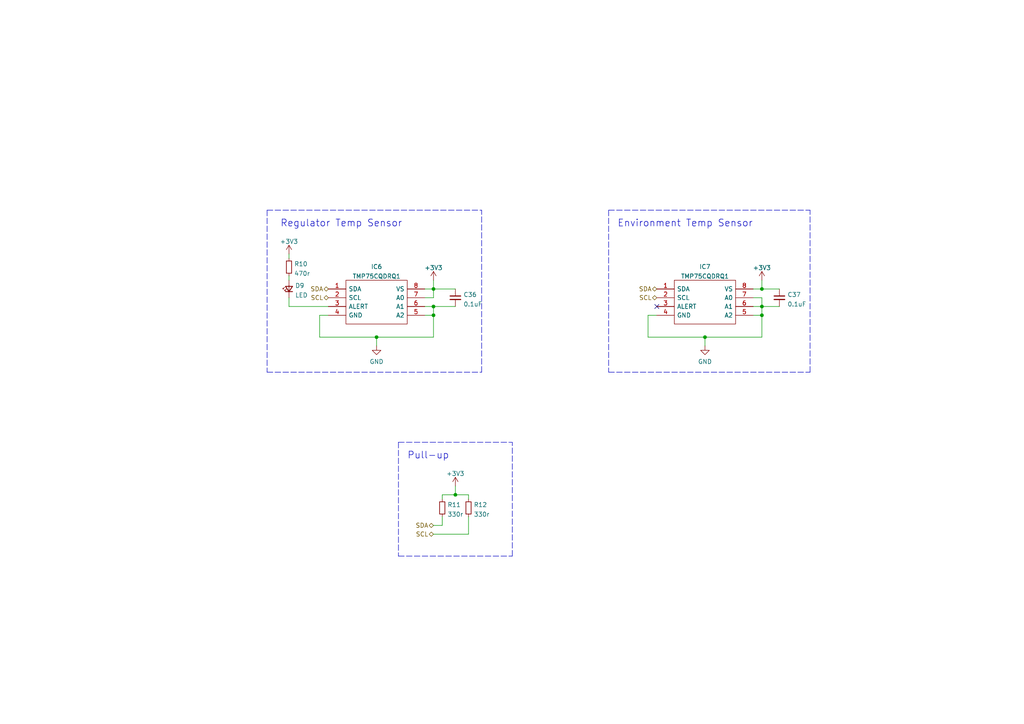
<source format=kicad_sch>
(kicad_sch (version 20211123) (generator eeschema)
  (paper "A4")
  (lib_symbols
    (symbol "Device:C_Small" (pin_numbers hide) (pin_names (offset 0.254) hide)
      (property "Reference" "C" (at 0.254 1.778 0))
      (property "Value" "C_Small" (at 0.254 -2.032 0))
      (symbol "C_Small_0_1"
        (polyline (pts (xy -1.524 -0.508) (xy 1.524 -0.508)) (stroke (width 0.3302)))
        (polyline (pts (xy -1.524 0.508) (xy 1.524 0.508)) (stroke (width 0.3048)))
      )
      (symbol "C_Small_1_1"
        (pin passive line (at 0 2.54 270) (length 2.032) (name "~") (number "1"))
        (pin passive line (at 0 -2.54 90) (length 2.032) (name "~") (number "2"))
      )
    )
    (symbol "Device:LED_Small" (pin_numbers hide) (pin_names (offset 0.254) hide)
      (property "Reference" "D" (at -1.27 3.175 0))
      (property "Value" "LED_Small" (at -4.445 -2.54 0))
      (symbol "LED_Small_0_1"
        (polyline (pts (xy -0.762 -1.016) (xy -0.762 1.016)) (stroke (width 0.254)))
        (polyline (pts (xy 1.016 0) (xy -0.762 0)))
        (polyline (pts (xy 0.762 -1.016) (xy -0.762 0) (xy 0.762 1.016) (xy 0.762 -1.016)) (stroke (width 0.254)))
        (polyline (pts (xy 0 0.762) (xy -0.508 1.27) (xy -0.254 1.27) (xy -0.508 1.27) (xy -0.508 1.016)))
        (polyline (pts (xy 0.508 1.27) (xy 0 1.778) (xy 0.254 1.778) (xy 0 1.778) (xy 0 1.524)))
      )
      (symbol "LED_Small_1_1"
        (pin passive line (at -2.54 0 0) (length 1.778) (name "K") (number "1"))
        (pin passive line (at 2.54 0 180) (length 1.778) (name "A") (number "2"))
      )
    )
    (symbol "Device:R_Small" (pin_numbers hide) (pin_names (offset 0.254) hide)
      (property "Reference" "R" (at 0.762 0.508 0))
      (property "Value" "R_Small" (at 0.762 -1.016 0))
      (symbol "R_Small_0_1"
        (rectangle (start -0.762 1.778) (end 0.762 -1.778) (stroke (width 0.2032)))
      )
      (symbol "R_Small_1_1"
        (pin passive line (at 0 2.54 270) (length 0.762) (name "~") (number "1"))
        (pin passive line (at 0 -2.54 90) (length 0.762) (name "~") (number "2"))
      )
    )
    (symbol "TMP75CQDRQ1:TMP75CQDRQ1" (pin_names (offset 0.762))
      (property "Reference" "IC" (at 24.13 7.62 0))
      (property "Value" "TMP75CQDRQ1" (at 24.13 5.08 0))
      (symbol "TMP75CQDRQ1_0_0"
        (pin passive line (at 0 0 0) (length 5.08) (name "SDA") (number "1"))
        (pin passive line (at 0 -2.54 0) (length 5.08) (name "SCL") (number "2"))
        (pin passive line (at 0 -5.08 0) (length 5.08) (name "ALERT") (number "3"))
        (pin passive line (at 0 -7.62 0) (length 5.08) (name "GND") (number "4"))
        (pin passive line (at 27.94 -7.62 180) (length 5.08) (name "A2") (number "5"))
        (pin passive line (at 27.94 -5.08 180) (length 5.08) (name "A1") (number "6"))
        (pin passive line (at 27.94 -2.54 180) (length 5.08) (name "A0") (number "7"))
        (pin passive line (at 27.94 0 180) (length 5.08) (name "VS") (number "8"))
      )
      (symbol "TMP75CQDRQ1_0_1"
        (polyline (pts (xy 5.08 2.54) (xy 22.86 2.54) (xy 22.86 -10.16) (xy 5.08 -10.16) (xy 5.08 2.54)) (stroke (width 0.1524)))
      )
    )
    (symbol "power:+3.3V" (power) (pin_names (offset 0))
      (property "Value" "+3.3V" (at 0 3.556 0))
      (symbol "+3.3V_0_1"
        (polyline (pts (xy -0.762 1.27) (xy 0 2.54)))
        (polyline (pts (xy 0 0) (xy 0 2.54)))
        (polyline (pts (xy 0 2.54) (xy 0.762 1.27)))
      )
      (symbol "+3.3V_1_1"
        (pin power_in line (at 0 0 90) (length 0) hide (name "+3V3") (number "1"))
      )
    )
    (symbol "power:GND" (power) (pin_names (offset 0))
      (property "Value" "GND" (at 0 -3.81 0))
      (symbol "GND_0_1"
        (polyline (pts (xy 0 0) (xy 0 -1.27) (xy 1.27 -1.27) (xy 0 -2.54) (xy -1.27 -1.27) (xy 0 -1.27)))
      )
      (symbol "GND_1_1"
        (pin power_in line (at 0 0 270) (length 0) hide (name "GND") (number "1"))
      )
    )
  )
  (junction (at 220.98 88.9))
  (junction (at 220.98 91.44))
  (junction (at 125.73 91.44))
  (junction (at 204.47 97.79))
  (junction (at 220.98 83.82))
  (junction (at 132.08 143.51))
  (junction (at 109.22 97.79))
  (junction (at 125.73 83.82))
  (junction (at 125.73 88.9))
  (no_connect (at 190.5 88.9))
  (wire (pts (xy 92.71 97.79) (xy 92.71 91.44)))
  (wire (pts (xy 218.44 91.44) (xy 220.98 91.44)))
  (wire (pts (xy 125.73 97.79) (xy 109.22 97.79)))
  (polyline (pts (xy 115.57 128.27) (xy 115.57 161.29)))
  (wire (pts (xy 220.98 83.82) (xy 226.06 83.82)))
  (wire (pts (xy 220.98 97.79) (xy 204.47 97.79)))
  (wire (pts (xy 132.08 140.97) (xy 132.08 143.51)))
  (wire (pts (xy 123.19 88.9) (xy 125.73 88.9)))
  (polyline (pts (xy 77.47 107.95) (xy 139.7 107.95)))
  (wire (pts (xy 204.47 97.79) (xy 187.96 97.79)))
  (wire (pts (xy 83.82 80.01) (xy 83.82 81.28)))
  (wire (pts (xy 204.47 97.79) (xy 204.47 100.33)))
  (wire (pts (xy 220.98 81.28) (xy 220.98 83.82)))
  (wire (pts (xy 125.73 81.28) (xy 125.73 83.82)))
  (wire (pts (xy 123.19 91.44) (xy 125.73 91.44)))
  (wire (pts (xy 125.73 86.36) (xy 123.19 86.36)))
  (wire (pts (xy 125.73 152.4) (xy 128.27 152.4)))
  (wire (pts (xy 83.82 88.9) (xy 95.25 88.9)))
  (wire (pts (xy 132.08 143.51) (xy 135.89 143.51)))
  (wire (pts (xy 220.98 88.9) (xy 220.98 91.44)))
  (wire (pts (xy 135.89 149.86) (xy 135.89 154.94)))
  (wire (pts (xy 83.82 73.66) (xy 83.82 74.93)))
  (wire (pts (xy 135.89 143.51) (xy 135.89 144.78)))
  (polyline (pts (xy 234.95 107.95) (xy 234.95 60.96)))
  (wire (pts (xy 187.96 97.79) (xy 187.96 91.44)))
  (wire (pts (xy 128.27 144.78) (xy 128.27 143.51)))
  (polyline (pts (xy 176.53 60.96) (xy 234.95 60.96)))
  (polyline (pts (xy 148.59 161.29) (xy 148.59 128.27)))
  (wire (pts (xy 220.98 83.82) (xy 218.44 83.82)))
  (polyline (pts (xy 176.53 107.95) (xy 234.95 107.95)))
  (wire (pts (xy 218.44 86.36) (xy 220.98 86.36)))
  (wire (pts (xy 128.27 143.51) (xy 132.08 143.51)))
  (wire (pts (xy 135.89 154.94) (xy 125.73 154.94)))
  (polyline (pts (xy 139.7 107.95) (xy 139.7 60.96)))
  (wire (pts (xy 109.22 97.79) (xy 109.22 100.33)))
  (wire (pts (xy 187.96 91.44) (xy 190.5 91.44)))
  (wire (pts (xy 125.73 83.82) (xy 125.73 86.36)))
  (wire (pts (xy 218.44 88.9) (xy 220.98 88.9)))
  (wire (pts (xy 125.73 91.44) (xy 125.73 97.79)))
  (wire (pts (xy 125.73 88.9) (xy 125.73 91.44)))
  (polyline (pts (xy 115.57 161.29) (xy 148.59 161.29)))
  (wire (pts (xy 220.98 88.9) (xy 226.06 88.9)))
  (polyline (pts (xy 115.57 128.27) (xy 148.59 128.27)))
  (wire (pts (xy 220.98 86.36) (xy 220.98 88.9)))
  (polyline (pts (xy 176.53 60.96) (xy 176.53 107.95)))
  (polyline (pts (xy 77.47 60.96) (xy 139.7 60.96)))
  (wire (pts (xy 220.98 91.44) (xy 220.98 97.79)))
  (wire (pts (xy 109.22 97.79) (xy 92.71 97.79)))
  (wire (pts (xy 128.27 152.4) (xy 128.27 149.86)))
  (wire (pts (xy 123.19 83.82) (xy 125.73 83.82)))
  (wire (pts (xy 125.73 88.9) (xy 132.08 88.9)))
  (wire (pts (xy 92.71 91.44) (xy 95.25 91.44)))
  (polyline (pts (xy 77.47 60.96) (xy 77.47 107.95)))
  (wire (pts (xy 83.82 86.36) (xy 83.82 88.9)))
  (wire (pts (xy 132.08 83.82) (xy 125.73 83.82)))
  (text "Regulator Temp Sensor" (at 81.28 66.04 0) (effects (font (size 2 2)) (justify left bottom)))
  (text "Environment Temp Sensor" (at 179.07 66.04 0) (effects (font (size 2 2)) (justify left bottom)))
  (text "Pull-up" (at 118.11 133.35 0) (effects (font (size 2 2)) (justify left bottom)))
  (hierarchical_label "SDA" (shape bidirectional) (at 190.5 83.82 180))
  (hierarchical_label "SCL" (shape bidirectional) (at 190.5 86.36 180))
  (hierarchical_label "SDA" (shape bidirectional) (at 125.73 152.4 180))
  (hierarchical_label "SCL" (shape bidirectional) (at 125.73 154.94 180))
  (hierarchical_label "SCL" (shape bidirectional) (at 95.25 86.36 180))
  (hierarchical_label "SDA" (shape bidirectional) (at 95.25 83.82 180))
  (symbol (lib_id "power:+3.3V") (at 132.08 140.97 0) (unit 1)
    (property "Reference" "#PWR062" (effects hide))
    (property "Value" "+3.3V" (at 132.08 137.3655 0))
  )
  (symbol (lib_id "Device:R_Small") (at 83.82 77.47 0) (unit 1)
    (property "Reference" "R10" (at 85.3186 76.5615 0) (effects (justify left)))
    (property "Value" "470r" (at 85.3186 79.3366 0) (effects (justify left)))
    (property "Footprint" "Resistor_SMD:R_0603_1608Metric_Pad0.98x0.95mm_HandSolder" (effects hide))
  )
  (symbol (lib_id "TMP75CQDRQ1:TMP75CQDRQ1") (at 95.25 83.82 0) (unit 1)
    (property "Reference" "IC6" (at 109.22 77.3643 0))
    (property "Value" "TMP75CQDRQ1" (at 109.22 80.1394 0))
    (property "Footprint" "library:SOIC127P600X175-8N" (effects hide))
    (property "Datasheet" "http://www.ti.com/lit/gpn/tmp75c-q1" (effects hide))
    (property "Description" "1C Accuracy, Digital Temp Sensor w/ 2-Wire Interface & Alert" (effects hide))
    (property "Height" "1.75" (effects hide))
    (property "Manufacturer_Name" "Texas Instruments" (effects hide))
    (property "Manufacturer_Part_Number" "TMP75CQDRQ1" (effects hide))
    (property "Mouser Part Number" "595-TMP75CQDRQ1" (effects hide))
    (property "Mouser Price/Stock" "https://www.mouser.co.uk/ProductDetail/Texas-Instruments/TMP75CQDRQ1?qs=0C8XhJW8e4rRSEgU5J%252BNEg%3D%3D" (effects hide))
    (property "Arrow Part Number" "TMP75CQDRQ1" (effects hide))
    (property "Arrow Price/Stock" "https://www.arrow.com/en/products/tmp75cqdrq1/texas-instruments?region=nac" (effects hide))
  )
  (symbol (lib_id "TMP75CQDRQ1:TMP75CQDRQ1") (at 190.5 83.82 0) (unit 1)
    (property "Reference" "IC7" (at 204.47 77.3643 0))
    (property "Value" "TMP75CQDRQ1" (at 204.47 80.1394 0))
    (property "Footprint" "library:SOIC127P600X175-8N" (effects hide))
    (property "Datasheet" "http://www.ti.com/lit/gpn/tmp75c-q1" (effects hide))
    (property "Description" "1C Accuracy, Digital Temp Sensor w/ 2-Wire Interface & Alert" (effects hide))
    (property "Height" "1.75" (effects hide))
    (property "Manufacturer_Name" "Texas Instruments" (effects hide))
    (property "Manufacturer_Part_Number" "TMP75CQDRQ1" (effects hide))
    (property "Mouser Part Number" "595-TMP75CQDRQ1" (effects hide))
    (property "Mouser Price/Stock" "https://www.mouser.co.uk/ProductDetail/Texas-Instruments/TMP75CQDRQ1?qs=0C8XhJW8e4rRSEgU5J%252BNEg%3D%3D" (effects hide))
    (property "Arrow Part Number" "TMP75CQDRQ1" (effects hide))
    (property "Arrow Price/Stock" "https://www.arrow.com/en/products/tmp75cqdrq1/texas-instruments?region=nac" (effects hide))
  )
  (symbol (lib_id "power:GND") (at 204.47 100.33 0) (unit 1)
    (property "Reference" "#PWR063" (effects hide))
    (property "Value" "GND" (at 204.47 104.8925 0))
  )
  (symbol (lib_id "power:GND") (at 109.22 100.33 0) (unit 1)
    (property "Reference" "#PWR060" (effects hide))
    (property "Value" "GND" (at 109.22 104.8925 0))
  )
  (symbol (lib_id "Device:C_Small") (at 132.08 86.36 0) (unit 1)
    (property "Reference" "C36" (at 134.4041 85.4578 0) (effects (justify left)))
    (property "Value" "0.1uF" (at 134.4041 88.2329 0) (effects (justify left)))
    (property "Footprint" "Capacitor_SMD:C_0603_1608Metric_Pad1.08x0.95mm_HandSolder" (effects hide))
  )
  (symbol (lib_id "Device:LED_Small") (at 83.82 83.82 90) (unit 1)
    (property "Reference" "D9" (at 85.598 82.848 90) (effects (justify right)))
    (property "Value" "LED" (at 85.598 85.6231 90) (effects (justify right)))
    (property "Footprint" "LED_SMD:LED_0603_1608Metric_Pad1.05x0.95mm_HandSolder" (effects hide))
  )
  (symbol (lib_id "power:+3.3V") (at 220.98 81.28 0) (unit 1)
    (property "Reference" "#PWR064" (effects hide))
    (property "Value" "+3.3V" (at 220.98 77.6755 0))
  )
  (symbol (lib_id "power:+3.3V") (at 83.82 73.66 0) (unit 1)
    (property "Reference" "#PWR059" (effects hide))
    (property "Value" "+3.3V" (at 83.82 70.0555 0))
  )
  (symbol (lib_id "Device:R_Small") (at 128.27 147.32 0) (unit 1)
    (property "Reference" "R11" (at 129.7686 146.4115 0) (effects (justify left)))
    (property "Value" "330r" (at 129.7686 149.1866 0) (effects (justify left)))
    (property "Footprint" "Resistor_SMD:R_0603_1608Metric_Pad0.98x0.95mm_HandSolder" (effects hide))
  )
  (symbol (lib_id "Device:C_Small") (at 226.06 86.36 0) (unit 1)
    (property "Reference" "C37" (at 228.3841 85.4578 0) (effects (justify left)))
    (property "Value" "0.1uF" (at 228.3841 88.2329 0) (effects (justify left)))
    (property "Footprint" "Capacitor_SMD:C_0603_1608Metric_Pad1.08x0.95mm_HandSolder" (effects hide))
  )
  (symbol (lib_id "Device:R_Small") (at 135.89 147.32 0) (unit 1)
    (property "Reference" "R12" (at 137.3886 146.4115 0) (effects (justify left)))
    (property "Value" "330r" (at 137.3886 149.1866 0) (effects (justify left)))
    (property "Footprint" "Resistor_SMD:R_0603_1608Metric_Pad0.98x0.95mm_HandSolder" (effects hide))
  )
  (symbol (lib_id "power:+3.3V") (at 125.73 81.28 0) (unit 1)
    (property "Reference" "#PWR061" (effects hide))
    (property "Value" "+3.3V" (at 125.73 77.6755 0))
  )
)
</source>
